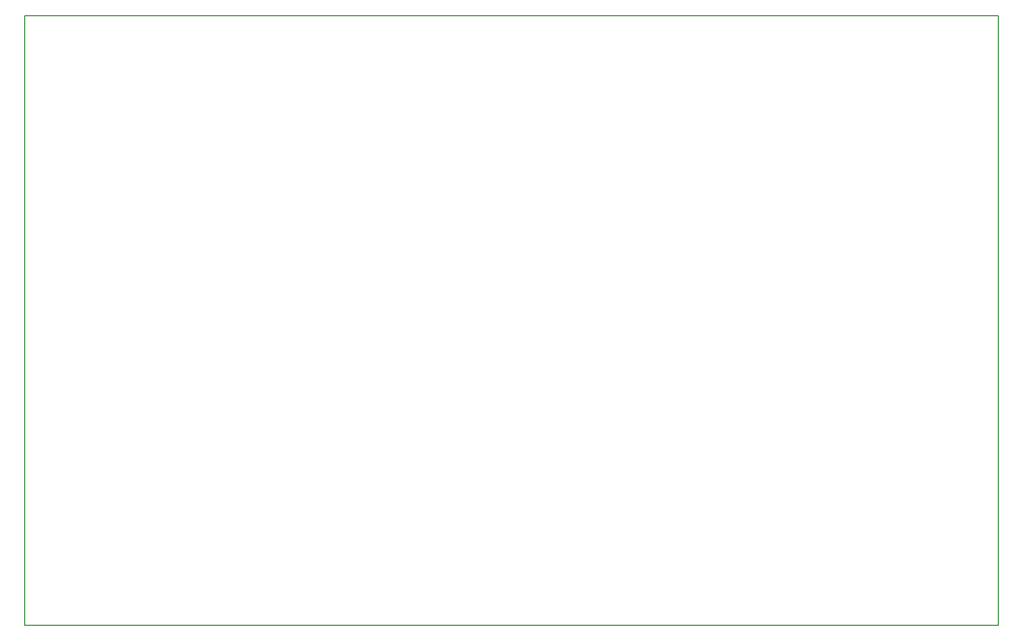
<source format=gbr>
G04 #@! TF.GenerationSoftware,KiCad,Pcbnew,5.0.2+dfsg1-1*
G04 #@! TF.CreationDate,2020-11-21T16:53:29+00:00*
G04 #@! TF.ProjectId,van,76616e2e-6b69-4636-9164-5f7063625858,rev?*
G04 #@! TF.SameCoordinates,Original*
G04 #@! TF.FileFunction,Profile,NP*
%FSLAX46Y46*%
G04 Gerber Fmt 4.6, Leading zero omitted, Abs format (unit mm)*
G04 Created by KiCad (PCBNEW 5.0.2+dfsg1-1) date Sat 21 Nov 2020 04:53:29 PM GMT*
%MOMM*%
%LPD*%
G01*
G04 APERTURE LIST*
%ADD10C,0.150000*%
G04 APERTURE END LIST*
D10*
X63000000Y-147000000D02*
X63000000Y-55000000D01*
X210000000Y-147000000D02*
X63000000Y-147000000D01*
X210000000Y-55000000D02*
X210000000Y-147000000D01*
X63000000Y-55000000D02*
X210000000Y-55000000D01*
M02*

</source>
